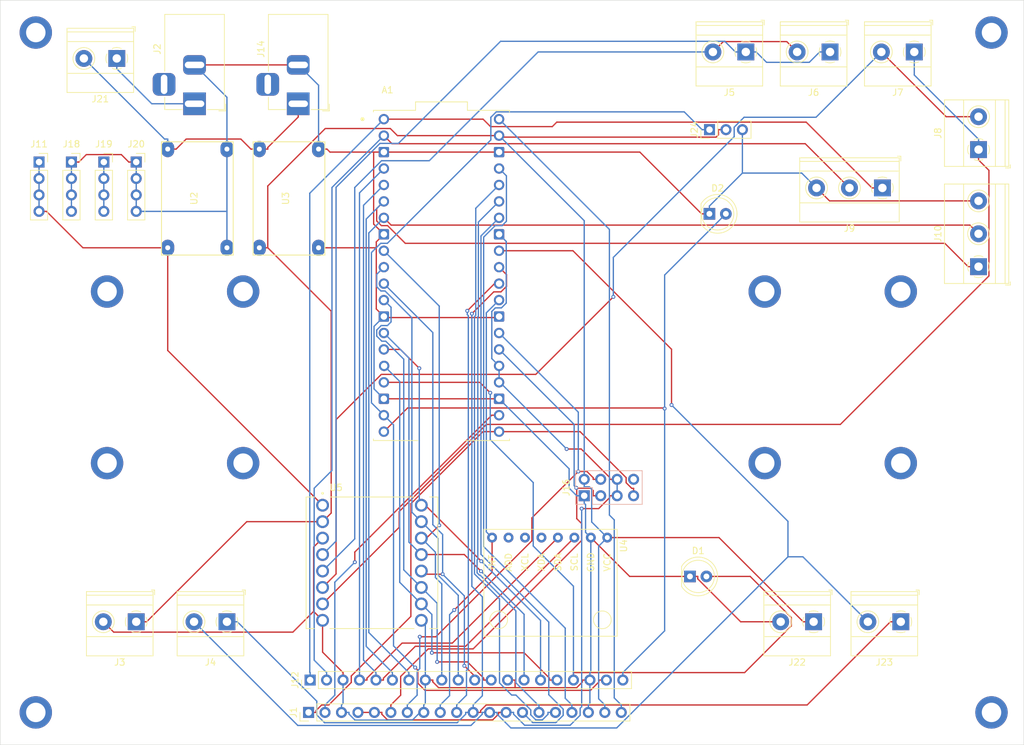
<source format=kicad_pcb>
(kicad_pcb (version 20240108) (generator "pcbnew") (generator_version "8.0")
  (layers (0 "F.Cu" signal) (31 "B.Cu" signal) (34 "B.Paste" user) (35 "F.Paste" user) (36 "B.SilkS" user "B.Silkscreen") (37 "F.SilkS" user "F.Silkscreen") (38 "B.Mask" user) (39 "F.Mask" user) (44 "Edge.Cuts" user))
  (net 0 "")
  (net 1 "Net-(A1-GP12)")
  (net 2 "Net-(A1-RUN)")
  (net 3 "Net-(A1-3V3_OUT)")
  (net 4 "Net-(A1-GP27)")
  (net 5 "Net-(A1-GP22)")
  (net 6 "Net-(A1-ADC_VREF)")
  (net 7 "GND")
  (net 8 "Net-(A1-GP26)")
  (net 9 "Net-(A1-GP16)")
  (net 10 "Net-(A1-GP9)")
  (net 11 "Net-(A1-AGND)")
  (net 12 "Net-(A1-GP28)")
  (net 13 "Net-(A1-GP17)")
  (net 14 "Net-(A1-GP6)")
  (net 15 "Net-(A1-GP21)")
  (net 16 "+3.3V")
  (net 17 "Net-(A1-GP3)")
  (net 18 "Net-(A1-GP4)")
  (net 19 "Net-(A1-GP13)")
  (net 20 "Net-(A1-GP11)")
  (net 21 "Net-(A1-3V3_EN)")
  (net 22 "Net-(A1-GP1)")
  (net 23 "Net-(A1-GP7)")
  (net 24 "Net-(A1-GP8)")
  (net 25 "Net-(A1-VBUS)")
  (net 26 "Net-(A1-GP0)")
  (net 27 "Net-(A1-GP2)")
  (net 28 "Net-(A1-GP14)")
  (net 29 "Net-(A1-GP20)")
  (net 30 "Net-(A1-GP10)")
  (net 31 "Net-(A1-GP15)")
  (net 32 "Net-(A1-GP5)")
  (net 33 "Net-(J5-Pin_1)")
  (net 34 "Net-(J5-Pin_2)")
  (net 35 "Net-(J7-Pin_2)")
  (net 36 "Net-(J7-Pin_1)")
  (net 37 "+5V")
  (net 38 "+3V3")
  (net 39 "Net-(J21-Pin_1)")
  (net 40 "+12V")
  (footprint "Connector_PinSocket_2.54mm:PinSocket_1x04_P2.54mm_Vertical" (layer "F.Cu") (at 41 40)
    (property "Reference" "J20")
    (property "Value" "GND")
  )
  (footprint "Connector_PinHeader_2.54mm:PinHeader_1x03_P2.54mm_Vertical" (layer "F.Cu") (at 129.475 35 90)
    (property "Reference" "J24")
    (property "Value" "Camera servo")
  )
  (footprint "kicad_TB6612FNG:MODULE_ROB-14450" (layer "F.Cu") (at 77.38 101.89)
    (property "Reference" "U5")
    (property "Value" "ROB-14450")
  )
  (footprint "Mini360_step-down:Mini360_step-down" (layer "F.Cu") (at 50.43 45.62 -90)
    (property "Reference" "U2")
    (property "Value" "Mini360_5V")
  )
  (footprint "Mini360_step-down:Mini360_step-down" (layer "F.Cu") (at 64.57 45.62 -90)
    (property "Reference" "U3")
    (property "Value" "Mini360_3.3V")
  )
  (footprint "TerminalBlock_Phoenix:TerminalBlock_Phoenix_MKDS-1,5-2-5.08_1x02_P5.08mm_Horizontal" (layer "F.Cu") (at 135.08 23 180)
    (property "Reference" "J5")
    (property "Value" "Motor_1")
  )
  (footprint "Raspberry_Pi_Pico_W_Kicad_Files:MODULE_SC0918" (layer "F.Cu") (at 88.11 57.51)
    (property "Reference" "A1")
    (property "Value" "SC0918")
  )
  (footprint "TerminalBlock_Phoenix:TerminalBlock_Phoenix_MKDS-1,5-2-5.08_1x02_P5.08mm_Horizontal" (layer "F.Cu") (at 171 38.08 90)
    (property "Reference" "J8")
    (property "Value" "Motor_4")
  )
  (footprint "Connector_PinSocket_2.54mm:PinSocket_1x04_P2.54mm_Vertical" (layer "F.Cu") (at 31 40)
    (property "Reference" "J18")
    (property "Value" "GND")
  )
  (footprint "TerminalBlock_Phoenix:TerminalBlock_Phoenix_MKDS-1,5-2-5.08_1x02_P5.08mm_Horizontal" (layer "F.Cu") (at 159 111 180)
    (property "Reference" "J23")
    (property "Value" "Joystick_Y_SIGs")
  )
  (footprint "usini_sensors:module_mpu6050" (layer "F.Cu") (at 95.92 98 -90)
    (property "Reference" "U4")
    (property "Value" "module_mpu6050")
  )
  (footprint "LED_THT:LED_D5.0mm" (layer "F.Cu") (at 129.46 48)
    (property "Reference" "D2")
    (property "Value" "BOOT LED")
  )
  (footprint "Connector_PinHeader_2.54mm:PinHeader_1x20_P2.54mm_Vertical" (layer "F.Cu") (at 67.84 120 90)
    (property "Reference" "J12")
    (property "Value" "PICO_L")
  )
  (footprint "TerminalBlock_Phoenix:TerminalBlock_Phoenix_MKDS-1,5-2-5.08_1x02_P5.08mm_Horizontal" (layer "F.Cu") (at 161.08 23 180)
    (property "Reference" "J7")
    (property "Value" "Motor_3")
  )
  (footprint "TerminalBlock_Phoenix:TerminalBlock_Phoenix_MKDS-1,5-2-5.08_1x02_P5.08mm_Horizontal" (layer "F.Cu") (at 41 111 180)
    (property "Reference" "J3")
    (property "Value" "Joystick_X_PWR_GND")
  )
  (footprint "TerminalBlock_Phoenix:TerminalBlock_Phoenix_MKDS-1,5-2-5.08_1x02_P5.08mm_Horizontal" (layer "F.Cu") (at 38 24 180)
    (property "Reference" "J21")
    (property "Value" "PWR_IN_BTN")
  )
  (footprint "Connector_PinHeader_2.54mm:PinHeader_1x20_P2.54mm_Vertical" (layer "F.Cu") (at 67.6 125 90)
    (property "Reference" "J1")
    (property "Value" "PICO_R")
  )
  (footprint "Connector_PinSocket_2.54mm:PinSocket_1x04_P2.54mm_Vertical" (layer "F.Cu") (at 26 40)
    (property "Reference" "J11")
    (property "Value" "+5V")
  )
  (footprint "TerminalBlock_Phoenix:TerminalBlock_Phoenix_MKDS-1,5-2-5.08_1x02_P5.08mm_Horizontal" (layer "F.Cu") (at 148.08 23 180)
    (property "Reference" "J6")
    (property "Value" "Motor_2")
  )
  (footprint "TerminalBlock_Phoenix:TerminalBlock_Phoenix_MKDS-1,5-3-5.08_1x03_P5.08mm_Horizontal" (layer "F.Cu") (at 171 56.16 90)
    (property "Reference" "J10")
    (property "Value" "CMD_UART")
  )
  (footprint "TerminalBlock_Phoenix:TerminalBlock_Phoenix_MKDS-1,5-3-5.08_1x03_P5.08mm_Horizontal" (layer "F.Cu") (at 156.16 44 180)
    (property "Reference" "J9")
    (property "Value" "Debug_UART")
  )
  (footprint "TerminalBlock_Phoenix:TerminalBlock_Phoenix_MKDS-1,5-2-5.08_1x02_P5.08mm_Horizontal" (layer "F.Cu") (at 145.545 111 180)
    (property "Reference" "J22")
    (property "Value" "Joystick_Y_PWR_GND")
  )
  (footprint "LED_THT:LED_D5.0mm" (layer "F.Cu") (at 126.46 104)
    (property "Reference" "D1")
    (property "Value" "RADIO LED")
  )
  (footprint "TerminalBlock_Phoenix:TerminalBlock_Phoenix_MKDS-1,5-2-5.08_1x02_P5.08mm_Horizontal" (layer "F.Cu") (at 55 111 180)
    (property "Reference" "J4")
    (property "Value" "Joystick_X_SIGs")
  )
  (footprint "Connector_PinSocket_2.54mm:PinSocket_1x04_P2.54mm_Vertical" (layer "F.Cu") (at 36 40)
    (property "Reference" "J19")
    (property "Value" "+3.3V")
  )
  (footprint "Connector_BarrelJack:BarrelJack_Horizontal" (layer "F.Cu") (at 66 31 -90)
    (property "Reference" "J14")
    (property "Value" "PWR_OUTPUT")
  )
  (footprint "Connector_BarrelJack:BarrelJack_Horizontal" (layer "F.Cu") (at 50 31 -90)
    (property "Reference" "J2")
    (property "Value" "PWR_INPUT")
  )
  (footprint "Connector_PinSocket_2.54mm:PinSocket_2x04_P2.54mm_Vertical" (layer "B.Cu") (at 110.14 91.54 -90)
    (property "Reference" "J16")
    (property "Value" "NRF24L01")
  )
  (gr_line (start 20 15) (end 178 15) (stroke (width 0.05)) (layer "Edge.Cuts"))
  (gr_rect (start 20 15) (end 178 130) (stroke (width 0.05)) (fill none) (layer "Edge.Cuts"))
  (gr_line (start 178 130) (end 20 130) (stroke (width 0.05)) (layer "Edge.Cuts"))
  (gr_line (start 20 130) (end 20 15) (stroke (width 0.05)) (layer "Edge.Cuts"))
  (gr_line (start 178 15) (end 178 130) (stroke (width 0.05)) (layer "Edge.Cuts"))
  (via (at 159 86.5) (size 5) (drill 3) (layers "F.Cu" "B.Cu") (net 0))
  (via (at 173 125) (size 5) (drill 3) (layers "F.Cu" "B.Cu") (net 0))
  (via (at 36.5 60) (size 5) (drill 3) (layers "F.Cu" "B.Cu") (net 0))
  (via (at 159 60) (size 5) (drill 3) (layers "F.Cu" "B.Cu") (net 0))
  (via (at 138 60) (size 5) (drill 3) (layers "F.Cu" "B.Cu") (net 0))
  (via (at 25.5 125) (size 5) (drill 3) (layers "F.Cu" "B.Cu") (net 0))
  (via (at 138 86.5) (size 5) (drill 3) (layers "F.Cu" "B.Cu") (net 0))
  (via (at 173 20) (size 5) (drill 3) (layers "F.Cu" "B.Cu") (net 0))
  (via (at 25.5 20) (size 5) (drill 3) (layers "F.Cu" "B.Cu") (net 0))
  (via (at 57.5 60) (size 5) (drill 3) (layers "F.Cu" "B.Cu") (net 0))
  (via (at 57.5 86.5) (size 5) (drill 3) (layers "F.Cu" "B.Cu") (net 0))
  (via (at 36.5 86.5) (size 5) (drill 3) (layers "F.Cu" "B.Cu") (net 0))
  (segment (start 104.7883 120) (end 104.7883 119.7142) (width 0.2) (layer "F.Cu") (net 1))
  (segment (start 104.7883 119.7142) (end 100.8656 115.7915) (width 0.2) (layer "F.Cu") (net 1))
  (segment (start 105.94 120) (end 104.7883 120) (width 0.2) (layer "F.Cu") (net 1))
  (segment (start 100.8656 115.7915) (end 86.6276 115.7915) (width 0.2) (layer "F.Cu") (net 1))
  (via (at 86.6276 115.7915) (size 0.6) (drill 0.3) (layers "F.Cu" "B.Cu") (net 1))
  (segment (start 81.6645 104.9045) (end 85 108.24) (width 0.2) (layer "B.Cu") (net 1))
  (segment (start 79.2619 71.48) (end 81.6645 73.8826) (width 0.2) (layer "B.Cu") (net 1))
  (segment (start 81.6645 73.8826) (end 81.6645 104.9045) (width 0.2) (layer "B.Cu") (net 1))
  (segment (start 85 108.24) (end 86.6276 109.8676) (width 0.2) (layer "B.Cu") (net 1))
  (segment (start 86.6276 109.8676) (end 86.6276 115.7915) (width 0.2) (layer "B.Cu") (net 1))
  (segment (start 96.2935 58.78) (end 92.0927 62.9808) (width 0.2) (layer "F.Cu") (net 2))
  (segment (start 97 58.78) (end 96.2935 58.78) (width 0.2) (layer "F.Cu") (net 2))
  (via (at 92.0927 62.9808) (size 0.6) (drill 0.3) (layers "F.Cu" "B.Cu") (net 2))
  (segment (start 91.97 118.521) (end 91.97 122.3383) (width 0.2) (layer "B.Cu") (net 2))
  (segment (start 92.2544 118.2366) (end 91.97 118.521) (width 0.2) (layer "B.Cu") (net 2))
  (segment (start 92.0927 62.9808) (end 92.0927 63.5631) (width 0.2) (layer "B.Cu") (net 2))
  (segment (start 90.46 125) (end 90.46 123.8483) (width 0.2) (layer "B.Cu") (net 2))
  (segment (start 92.2544 63.7248) (end 92.2544 118.2366) (width 0.2) (layer "B.Cu") (net 2))
  (segment (start 92.0927 63.5631) (end 92.2544 63.7248) (width 0.2) (layer "B.Cu") (net 2))
  (segment (start 91.97 122.3383) (end 90.46 123.8483) (width 0.2) (layer "B.Cu") (net 2))
  (segment (start 103.6842 126.152) (end 104.5483 125.2879) (width 0.2) (layer "B.Cu") (net 3))
  (segment (start 97.0686 107.4756) (end 97.0686 120.4508) (width 0.2) (layer "B.Cu") (net 3))
  (segment (start 93.2029 63.8721) (end 93.2029 103.6099) (width 0.2) (layer "B.Cu") (net 3))
  (segment (start 99.5924 122.3153) (end 101.89 124.6129) (width 0.2) (layer "B.Cu") (net 3))
  (segment (start 93.4025 63.6725) (end 93.2029 63.8721) (width 0.2) (layer "B.Cu") (net 3))
  (segment (start 97 43.54) (end 93.4025 47.1375) (width 0.2) (layer "B.Cu") (net 3))
  (segment (start 102.6661 126.152) (end 103.6842 126.152) (width 0.2) (layer "B.Cu") (net 3))
  (segment (start 97.0686 120.4508) (end 98.9331 122.3153) (width 0.2) (layer "B.Cu") (net 3))
  (segment (start 101.89 124.6129) (end 101.89 125.3759) (width 0.2) (layer "B.Cu") (net 3))
  (segment (start 93.4025 47.1375) (end 93.4025 63.6725) (width 0.2) (layer "B.Cu") (net 3))
  (segment (start 93.2029 103.6099) (end 97.0686 107.4756) (width 0.2) (layer "B.Cu") (net 3))
  (segment (start 98.9331 122.3153) (end 99.5924 122.3153) (width 0.2) (layer "B.Cu") (net 3))
  (segment (start 105.7 125) (end 104.5483 125) (width 0.2) (layer "B.Cu") (net 3))
  (segment (start 101.89 125.3759) (end 102.6661 126.152) (width 0.2) (layer "B.Cu") (net 3))
  (segment (start 104.5483 125.2879) (end 104.5483 125) (width 0.2) (layer "B.Cu") (net 3))
  (segment (start 108.4019 53.7) (end 97 53.7) (width 0.2) (layer "F.Cu") (net 4))
  (segment (start 123.6158 77.5216) (end 123.6158 68.9139) (width 0.2) (layer "F.Cu") (net 4))
  (segment (start 123.6158 68.9139) (end 108.4019 53.7) (width 0.2) (layer "F.Cu") (net 4))
  (via (at 123.6158 77.5216) (size 0.6) (drill 0.3) (layers "F.Cu" "B.Cu") (net 4))
  (segment (start 65.9361 127.0161) (end 49.92 111) (width 0.2) (layer "B.Cu") (net 4))
  (segment (start 95.54 125) (end 96.6917 125) (width 0.2) (layer "B.Cu") (net 4))
  (segment (start 141.5845 95.4903) (end 123.6158 77.5216) (width 0.2) (layer "B.Cu") (net 4))
  (segment (start 98.822 127.3988) (end 96.6917 125.2685) (width 0.2) (layer "B.Cu") (net 4))
  (segment (start 141.5845 100.9652) (end 141.5845 95.4903) (width 0.2) (layer "B.Cu") (net 4))
  (segment (start 141.5845 100.9652) (end 115.1509 127.3988) (width 0.2) (layer "B.Cu") (net 4))
  (segment (start 94.3883 125) (end 94.3883 125.2879) (width 0.2) (layer "B.Cu") (net 4))
  (segment (start 92.6601 127.0161) (end 65.9361 127.0161) (width 0.2) (layer "B.Cu") (net 4))
  (segment (start 95.54 125) (end 94.3883 125) (width 0.2) (layer "B.Cu") (net 4))
  (segment (start 153.92 111) (end 143.8852 100.9652) (width 0.2) (layer "B.Cu") (net 4))
  (segment (start 143.8852 100.9652) (end 141.5845 100.9652) (width 0.2) (layer "B.Cu") (net 4))
  (segment (start 96.6917 125.2685) (end 96.6917 125) (width 0.2) (layer "B.Cu") (net 4))
  (segment (start 115.1509 127.3988) (end 98.822 127.3988) (width 0.2) (layer "B.Cu") (net 4))
  (segment (start 94.3883 125.2879) (end 92.6601 127.0161) (width 0.2) (layer "B.Cu") (net 4))
  (segment (start 95.92 103.3443) (end 95.92 98) (width 0.2) (layer "F.Cu") (net 5))
  (segment (start 90.084 109.1803) (end 95.92 103.3443) (width 0.2) (layer "F.Cu") (net 5))
  (via (at 90.084 109.1803) (size 0.6) (drill 0.3) (layers "F.Cu" "B.Cu") (net 5))
  (segment (start 95.0307 63.2893) (end 97 61.32) (width 0.2) (layer "B.Cu") (net 5))
  (segment (start 95.92 98) (end 95.0307 97.1107) (width 0.2) (layer "B.Cu") (net 5))
  (segment (start 89.3589 122.4094) (end 89.3589 109.9054) (width 0.2) (layer "B.Cu") (net 5))
  (segment (start 89.3589 109.9054) (end 90.084 109.1803) (width 0.2) (layer "B.Cu") (net 5))
  (segment (start 87.92 123.8483) (end 89.3589 122.4094) (width 0.2) (layer "B.Cu") (net 5))
  (segment (start 87.92 125) (end 87.92 123.8483) (width 0.2) (layer "B.Cu") (net 5))
  (segment (start 95.0307 97.1107) (end 95.0307 63.2893) (width 0.2) (layer "B.Cu") (net 5))
  (segment (start 93.9572 103.7962) (end 94.0717 103.7962) (width 0.2) (layer "B.Cu") (net 6))
  (segment (start 93.6046 101.456) (end 93.6046 103.4436) (width 0.2) (layer "B.Cu") (net 6))
  (segment (start 93.8043 63.8387) (end 93.718 63.925) (width 0.2) (layer "B.Cu") (net 6))
  (segment (start 103.016 123.8483) (end 103.16 123.8483) (width 0.2) (layer "B.Cu") (net 6))
  (segment (start 99.59 120.4223) (end 103.016 123.8483) (width 0.2) (layer "B.Cu") (net 6))
  (segment (start 93.6046 103.4436) (end 93.9572 103.7962) (width 0.2) (layer "B.Cu") (net 6))
  (segment (start 93.718 63.925) (end 93.718 101.3426) (width 0.2) (layer "B.Cu") (net 6))
  (segment (start 99.59 109.3145) (end 99.59 120.4223) (width 0.2) (layer "B.Cu") (net 6))
  (segment (start 103.16 125) (end 103.16 123.8483) (width 0.2) (layer "B.Cu") (net 6))
  (segment (start 94.0717 103.7962) (end 99.59 109.3145) (width 0.2) (layer "B.Cu") (net 6))
  (segment (start 97 46.08) (end 93.8043 49.2757) (width 0.2) (layer "B.Cu") (net 6))
  (segment (start 93.8043 49.2757) (end 93.8043 63.8387) (width 0.2) (layer "B.Cu") (net 6))
  (segment (start 93.718 101.3426) (end 93.6046 101.456) (width 0.2) (layer "B.Cu") (net 6))
  (segment (start 35.92 111) (end 37.5217 112.6017) (width 0.2) (layer "F.Cu") (net 7))
  (segment (start 79.382 64.022) (end 96.838 64.022) (width 0.2) (layer "F.Cu") (net 7))
  (segment (start 72.92 120) (end 72.92 118.8483) (width 0.2) (layer "F.Cu") (net 7))
  (segment (start 134.2862 111) (end 140.465 111) (width 0.2) (layer "F.Cu") (net 7))
  (segment (start 78.0502 52.3298) (end 79.22 51.16) (width 0.2) (layer "F.Cu") (net 7))
  (segment (start 96.838 64.022) (end 97 63.86) (width 0.2) (layer "F.Cu") (net 7))
  (segment (start 79.22 63.86) (end 78.0502 62.6902) (width 0.2) (layer "F.Cu") (net 7))
  (segment (start 69.76 115.6883) (end 69.76 110.78) (width 0.2) (layer "F.Cu") (net 7))
  (segment (start 111.02 120) (end 109.8683 120) (width 0.2) (layer "F.Cu") (net 7))
  (segment (start 127.6617 104.3755) (end 134.2862 111) (width 0.2) (layer "F.Cu") (net 7))
  (segment (start 79.22 76.56) (end 97 76.56) (width 0.2) (layer "F.Cu") (net 7))
  (segment (start 68.3783 99.4617) (end 69.76 98.08) (width 0.2) (layer "F.Cu") (net 7))
  (segment (start 68.3783 109.3983) (end 69.76 110.78) (width 0.2) (layer "F.Cu") (net 7))
  (segment (start 127.6617 104) (end 127.6617 104.3755) (width 0.2) (layer "F.Cu") (net 7))
  (segment (start 126.46 104) (end 127.6617 104) (width 0.2) (layer "F.Cu") (net 7))
  (segment (start 117.16 104) (end 126.46 104) (width 0.2) (layer "F.Cu") (net 7))
  (segment (start 98.32 120) (end 99.4717 120) (width 0.2) (layer "F.Cu") (net 7))
  (segment (start 70.4417 38) (end 70.9017 38.46) (width 0.2) (layer "F.Cu") (net 7))
  (segment (start 87.6657 121.1819) (end 86.7717 120.2879) (width 0.2) (layer "F.Cu") (net 7))
  (segment (start 109.8683 120.2879) (end 108.9743 121.1819) (width 0.2) (layer "F.Cu") (net 7))
  (segment (start 111.16 98) (end 117.16 104) (width 0.2) (layer "F.Cu") (net 7))
  (segment (start 65.1749 112.6017) (end 68.3783 109.3983) (width 0.2) (layer "F.Cu") (net 7))
  (segment (start 79.22 38.46) (end 97 38.46) (width 0.2) (layer "F.Cu") (net 7))
  (segment (start 79.22 63.86) (end 79.382 64.022) (width 0.2) (layer "F.Cu") (net 7))
  (segment (start 41 40) (end 39.8483 40) (width 0.2) (layer "F.Cu") (net 7))
  (segment (start 99.4717 121.1819) (end 87.6657 121.1819) (width 0.2) (layer "F.Cu") (net 7))
  (segment (start 66 25) (end 50 25) (width 0.2) (layer "F.Cu") (net 7))
  (segment (start 148 46) (end 171 46) (width 0.2) (layer "F.Cu") (net 7))
  (segment (start 78.0502 53.24) (end 70.4417 53.24) (width 0.2) (layer "F.Cu") (net 7))
  (segment (start 77.6404 49.5804) (end 79.22 51.16) (width 0.2) (layer "F.Cu") (net 7))
  (segment (start 108.9743 121.1819) (end 99.4717 121.1819) (width 0.2) (layer "F.Cu") (net 7))
  (segment (start 32.1517 40) (end 33.3034 38.8483) (width 0.2) (layer "F.Cu") (net 7))
  (segment (start 78.0502 62.6902) (end 78.0502 53.24) (width 0.2) (layer "F.Cu") (net 7))
  (segment (start 77.6404 38.46) (end 77.6404 49.5804) (width 0.2) (layer "F.Cu") (net 7))
  (segment (start 77.6404 38.46) (end 79.22 38.46) (width 0.2) (layer "F.Cu") (net 7))
  (segment (start 70.9017 38.46) (end 77.6404 38.46) (width 0.2) (layer "F.Cu") (net 7))
  (segment (start 118.7183 38.46) (end 128.2583 48) (width 0.2) (layer "F.Cu") (net 7))
  (segment (start 69.14 53.24) (end 70.4417 53.24) (width 0.2) (layer "F.Cu") (net 7))
  (segment (start 38.6966 38.8483) (end 39.8483 40) (width 0.2) (layer "F.Cu") (net 7))
  (segment (start 99.4717 121.1819) (end 99.4717 120) (width 0.2) (layer "F.Cu") (net 7))
  (segment (start 86.7717 120.2879) (end 86.7717 120) (width 0.2) (layer "F.Cu") (net 7))
  (segment (start 146 44) (end 148 46) (width 0.2) (layer "F.Cu") (net 7))
  (segment (start 72.92 118.8483) (end 69.76 115.6883) (width 0.2) (layer "F.Cu") (net 7))
  (segment (start 129.46 48) (end 128.2583 48) (width 0.2) (layer "F.Cu") (net 7))
  (segment (start 85.62 120) (end 86.7717 120) (width 0.2) (layer "F.Cu") (net 7))
  (segment (start 31 40) (end 32.1517 40) (width 0.2) (layer "F.Cu") (net 7))
  (segment (start 69.14 38) (end 70.4417 38) (width 0.2) (layer "F.Cu") (net 7))
  (segment (start 37.5217 112.6017) (end 65.1749 112.6017) (width 0.2) (layer "F.Cu") (net 7))
  (segment (start 97 38.46) (end 118.7183 38.46) (width 0.2) (layer "F.Cu") (net 7))
  (segment (start 78.0502 53.24) (end 78.0502 52.3298) (width 0.2) (layer "F.Cu") (net 7))
  (segment (start 33.3034 38.8483) (end 38.6966 38.8483) (width 0.2) (layer "F.Cu") (net 7))
  (segment (start 109.8683 120) (end 109.8683 120.2879) (width 0.2) (layer "F.Cu") (net 7))
  (segment (start 68.3783 109.3983) (end 68.3783 99.4617) (width 0.2) (layer "F.Cu") (net 7))
  (segment (start 111.02 123.6083) (end 111.02 120) (width 0.2) (layer "B.Cu") (net 7))
  (segment (start 72.68 125) (end 72.68 123.8483) (width 0.2) (layer "B.Cu") (net 7))
  (segment (start 97 76.56) (end 107.809 87.369) (width 0.2) (layer "B.Cu") (net 7))
  (segment (start 110.14 91.54) (end 108.9883 91.54) (width 0.2) (layer "B.Cu") (net 7))
  (segment (start 134.555 41.7033) (end 134.555 35) (width 0.2) (layer "B.Cu") (net 7))
  (segment (start 69.14 28.14) (end 69.14 38) (width 0.2) (layer "B.Cu") (net 7))
  (segment (start 110.78 125) (end 110.78 123.8483) (width 0.2) (layer "B.Cu") (net 7))
  (segment (start 111.16 118.7083) (end 111.02 118.8483) (width 0.2) (layer "B.Cu") (net 7))
  (segment (start 41 47.62) (end 41 45.08) (width 0.2) (layer "B.Cu") (net 7))
  (segment (start 111.16 98) (end 110.3477 97.1877) (width 0.2) (layer "B.Cu") (net 7))
  (segment (start 85.62 118.8483) (end 85.62 111.4) (width 0.2) (layer "B.Cu") (net 7))
  (segment (start 31 45.08) (end 31 42.54) (width 0.2) (layer "B.Cu") (net 7))
  (segment (start 107.8091 90.3608) (end 108.9883 91.54) (width 0.2) (layer "B.Cu") (net 7))
  (segment (start 129.46 46.7983) (end 134.555 41.7033) (width 0.2) (layer "B.Cu") (net 7))
  (segment (start 146 44) (end 143.7033 41.7033) (width 0.2) (layer "B.Cu") (net 7))
  (segment (start 72.92 123.6083) (end 72.92 120) (width 0.2) (layer "B.Cu") (net 7))
  (segment (start 85.38 124.4241) (end 85.38 123.8483) (width 0.2) (layer "B.Cu") (net 7))
  (segment (start 79.22 76.56) (end 77.7012 75.0412) (width 0.2) (layer "B.Cu") (net 7))
  (segment (start 110.3477 97.1877) (end 110.3477 92.8994) (width 0.2) (layer "B.Cu") (net 7))
  (segment (start 41 45.08) (end 41 42.54) (width 0.2) (layer "B.Cu") (net 7))
  (segment (start 50 25) (end 55 30) (width 0.2) (layer "B.Cu") (net 7))
  (segment (start 66 25) (end 69.14 28.14) (width 0.2) (layer "B.Cu") (net 7))
  (segment (start 110.78 123.8483) (end 111.02 123.6083) (width 0.2) (layer "B.Cu") (net 7))
  (segment (start 83.616 126.1881) (end 74.7652 126.1881) (width 0.2) (layer "B.Cu") (net 7))
  (segment (start 55 47.62) (end 42.1517 47.62) (width 0.2) (layer "B.Cu") (net 7))
  (segment (start 77.7012 65.3788) (end 79.22 63.86) (width 0.2) (layer "B.Cu") (net 7))
  (segment (start 73.8317 125.2546) (end 73.8317 125) (width 0.2) (layer "B.Cu") (net 7))
  (segment (start 41 47.62) (end 42.1517 47.62) (width 0.2) (layer "B.Cu") (net 7))
  (segment (start 85.38 124.4241) (end 83.616 126.1881) (width 0.2) (layer "B.Cu") (net 7))
  (segment (start 110.14 91.54) (end 110.14 92.6917) (width 0.2) (layer "B.Cu") (net 7))
  (segment (start 85.38 125) (end 85.38 124.4241) (width 0.2) (layer "B.Cu") (net 7))
  (segment (start 85.38 123.8483) (end 85.62 123.6083) (width 0.2) (layer "B.Cu") (net 7))
  (segment (start 55 30) (end 55 38) (width 0.2) (layer "B.Cu") (net 7))
  (segment (start 41 42.54) (end 41 40) (width 0.2) (layer "B.Cu") (net 7))
  (segment (start 107.809 87.369) (end 107.809 90.3608) (width 0.2) (layer "B.Cu") (net 7))
  (segment (start 111.16 98) (end 111.16 118.7083) (width 0.2) (layer "B.Cu") (net 7))
  (segment (start 85.62 123.6083) (end 85.62 120) (width 0.2) (layer "B.Cu") (net 7))
  (segment (start 85.62 120) (end 85.62 118.8483) (width 0.2) (layer "B.Cu") (net 7))
  (segment (start 143.7033 41.7033) (end 134.555 41.7033) (width 0.2) (layer "B.Cu") (net 7))
  (segment (start 111.02 120) (end 111.02 118.8483) (width 0.2) (layer "B.Cu") (net 7))
  (segment (start 74.7652 126.1881) (end 73.8317 125.2546) (width 0.2) (layer "B.Cu") (net 7))
  (segment (start 77.7012 75.0412) (end 77.7012 65.3788) (width 0.2) (layer "B.Cu") (net 7))
  (segment (start 55 47.62) (end 55 38) (width 0.2) (layer "B.Cu") (net 7))
  (segment (start 55 53.24) (end 55 47.62) (width 0.2) (layer "B.Cu") (net 7))
  (segment (start 72.68 123.8483) (end 72.92 123.6083) (width 0.2) (layer "B.Cu") (net 7))
  (segment (start 31 42.54) (end 31 40) (width 0.2) (layer "B.Cu") (net 7))
  (segment (start 129.46 48) (end 129.46 46.7983) (width 0.2) (layer "B.Cu") (net 7))
  (segment (start 110.3477 92.8994) (end 110.14 92.6917) (width 0.2) (layer "B.Cu") (net 7))
  (segment (start 107.809 90.3608) (end 107.8091 90.3608) (width 0.2) (layer "B.Cu") (net 7))
  (segment (start 31 47.62) (end 31 45.08) (width 0.2) (layer "B.Cu") (net 7))
  (segment (start 72.68 125) (end 73.8317 125) (width 0.2) (layer "B.Cu") (net 7))
  (segment (start 85.62 111.4) (end 85 110.78) (width 0.2) (layer "B.Cu") (net 7))
  (segment (start 93 125) (end 94.1517 125) (width 0.2) (layer "F.Cu") (net 8))
  (segment (start 95.0154 123.8483) (end 144.55 123.8483) (width 0.2) (layer "F.Cu") (net 8))
  (segment (start 96.1711 60.05) (end 92.8008 63.4203) (width 0.2) (layer "F.Cu") (net 8))
  (segment (start 97.2935 60.05) (end 96.1711 60.05) (width 0.2) (layer "F.Cu") (net 8))
  (segment (start 144.55 123.8483) (end 157.3983 111) (width 0.2) (layer "F.Cu") (net 8))
  (segment (start 94.1517 124.712) (end 95.0154 123.8483) (width 0.2) (layer "F.Cu") (net 8))
  (segment (start 159 111) (end 157.3983 111) (width 0.2) (layer "F.Cu") (net 8))
  (segment (start 98.1532 59.1903) (end 97.2935 60.05) (width 0.2) (layer "F.Cu") (net 8))
  (segment (start 97 56.24) (end 98.1532 57.3932) (width 0.2) (layer "F.Cu") (net 8))
  (segment (start 94.1517 125) (end 94.1517 124.712) (width 0.2) (layer "F.Cu") (net 8))
  (segment (start 98.1532 57.3932) (end 98.1532 59.1903) (width 0.2) (layer "F.Cu") (net 8))
  (via (at 92.8008 63.4203) (size 0.6) (drill 0.3) (layers "F.Cu" "B.Cu") (net 8))
  (segment (start 91.8483 125) (end 91.8483 125.2685) (width 0.2) (layer "B.Cu") (net 8))
  (segment (start 70.0602 126.5899) (end 68.8682 125.3979) (width 0.2) (layer "B.Cu") (net 8))
  (segment (start 93 125) (end 92.645 125) (width 0.2) (layer "B.Cu") (net 8))
  (segment (start 94.4228 107.1528) (end 92.8008 105.5308) (width 0.2) (layer "B.Cu") (net 8))
  (segment (start 92.8008 105.5308) (end 92.8008 63.4203) (width 0.2) (layer "B.Cu") (net 8))
  (segment (start 68.8682 123.2665) (end 56.6017 111) (width 0.2) (layer "B.Cu") (net 8))
  (segment (start 55 111) (end 56.6017 111) (width 0.2) (layer "B.Cu") (net 8))
  (segment (start 93 125) (end 93 123.8483) (width 0.2) (layer "B.Cu") (net 8))
  (segment (start 92.645 125) (end 91.8483 125) (width 0.2) (layer "B.Cu") (net 8))
  (segment (start 68.8682 125.3979) (end 68.8682 123.2665) (width 0.2) (layer "B.Cu") (net 8))
  (segment (start 91.8483 125.2685) (end 90.5269 126.5899) (width 0.2) (layer "B.Cu") (net 8))
  (segment (start 93 123.8483) (end 94.4228 122.4255) (width 0.2) (layer "B.Cu") (net 8))
  (segment (start 90.5269 126.5899) (end 70.0602 126.5899) (width 0.2) (layer "B.Cu") (net 8))
  (segment (start 94.4228 122.4255) (end 94.4228 107.1528) (width 0.2) (layer "B.Cu") (net 8))
  (segment (start 94.5118 81.64) (end 97 81.64) (width 0.2) (layer "F.Cu") (net 9))
  (segment (start 97 81.64) (end 109.5056 81.64) (width 0.2) (layer "F.Cu") (net 9))
  (segment (start 68.7517 125) (end 68.7517 124.712) (width 0.2) (layer "F.Cu") (net 9))
  (segment (start 117.76 91.54) (end 117.76 90.3883) (width 0.2) (layer "F.Cu") (net 9))
  (segment (start 116.6083 88.7427) (end 116.6083 89.5246) (width 0.2) (layer "F.Cu") (net 9))
  (segment (start 68.7517 124.712) (end 69.6154 123.8483) (width 0.2) (layer "F.Cu") (net 9))
  (segment (start 83.3883 92.7635) (end 94.5118 81.64) (width 0.2) (layer "F.Cu") (net 9))
  (segment (start 116.6083 89.5246) (end 117.472 90.3883) (width 0.2) (layer "F.Cu") (net 9))
  (segment (start 109.5056 81.64) (end 116.6083 88.7427) (width 0.2) (layer "F.Cu") (net 9))
  (segment (start 70.7131 123.8483) (end 74.19 120.3714) (width 0.2) (layer "F.Cu") (net 9))
  (segment (start 74.19 120.3714) (end 74.19 119.37) (width 0.2) (layer "F.Cu") (net 9))
  (segment (start 117.472 90.3883) (end 117.76 90.3883) (width 0.2) (layer "F.Cu") (net 9))
  (segment (start 83.3883 110.1717) (end 83.3883 92.7635) (width 0.2) (layer "F.Cu") (net 9))
  (segment (start 69.6154 123.8483) (end 70.7131 123.8483) (width 0.2) (layer "F.Cu") (net 9))
  (segment (start 74.19 119.37) (end 83.3883 110.1717) (width 0.2) (layer "F.Cu") (net 9))
  (segment (start 67.6 125) (end 68.7517 125) (width 0.2) (layer "F.Cu") (net 9))
  (segment (start 94.6283 120) (end 94.6283 119.7121) (width 0.2) (layer "F.Cu") (net 10))
  (segment (start 95.78 120) (end 94.6283 120) (width 0.2) (layer "F.Cu") (net 10))
  (segment (start 92.114 117.1978) (end 87.4417 117.1978) (width 0.2) (layer "F.Cu") (net 10))
  (segment (start 94.6283 119.7121) (end 92.114 117.1978) (width 0.2) (layer "F.Cu") (net 10))
  (via (at 87.4417 117.1978) (size 0.6) (drill 0.3) (layers "F.Cu" "B.Cu") (net 10))
  (segment (start 78.1183 66.8876) (end 78.9007 67.67) (width 0.2) (layer "B.Cu") (net 10))
  (segment (start 85 105.7) (end 87.4417 108.1417) (width 0.2) (layer "B.Cu") (net 10))
  (segment (start 79.22 61.32) (end 80.3258 62.4258) (width 0.2) (layer "B.Cu") (net 10))
  (segment (start 87.4417 108.1417) (end 87.4417 117.1978) (width 0.2) (layer "B.Cu") (net 10))
  (segment (start 82.2866 70.4485) (end 82.2866 102.9866) (width 0.2) (layer "B.Cu") (net 10))
  (segment (start 80.3258 64.6976) (end 79.7705 65.2529) (width 0.2) (layer "B.Cu") (net 10))
  (segment (start 79.7705 65.2529) (end 78.8091 65.2529) (width 0.2) (layer "B.Cu") (net 10))
  (segment (start 78.1183 65.9437) (end 78.1183 66.8876) (width 0.2) (layer "B.Cu") (net 10))
  (segment (start 79.5081 67.67) (end 82.2866 70.4485) (width 0.2) (layer "B.Cu") (net 10))
  (segment (start 82.2866 102.9866) (end 85 105.7) (width 0.2) (layer "B.Cu") (net 10))
  (segment (start 80.3258 62.4258) (end 80.3258 64.6976) (width 0.2) (layer "B.Cu") (net 10))
  (segment (start 78.9007 67.67) (end 79.5081 67.67) (width 0.2) (layer "B.Cu") (net 10))
  (segment (start 78.8091 65.2529) (end 78.1183 65.9437) (width 0.2) (layer "B.Cu") (net 10))
  (segment (start 114.0683 91.8279) (end 112.3699 93.5263) (width 0.2) (layer "F.Cu") (net 11))
  (segment (start 115.22 91.54) (end 114.0683 91.54) (width 0.2) (layer "F.Cu") (net 11))
  (segment (start 78.9117 125.2879) (end 79.7795 126.1557) (width 0.2) (layer "F.Cu") (net 11))
  (segment (start 114.0683 91.54) (end 114.0683 91.8279) (width 0.2) (layer "F.Cu") (net 11))
  (segment (start 114.0683 88.7121) (end 114.0683 89) (width 0.2) (layer "F.Cu") (net 11))
  (segment (start 107.427 84.3194) (end 109.6756 84.3194) (width 0.2) (layer "F.Cu") (net 11))
  (segment (start 112.3699 93.5263) (end 109.746 93.5263) (width 0.2) (layer "F.Cu") (net 11))
  (segment (start 98.08 125) (end 96.9283 125) (width 0.2) (layer "F.Cu") (net 11))
  (segment (start 77.76 125) (end 78.9117 125) (width 0.2) (layer "F.Cu") (net 11))
  (segment (start 79.7795 126.1557) (end 96.0131 126.1557) (width 0.2) (layer "F.Cu") (net 11))
  (segment (start 75.22 125) (end 77.76 125) (width 0.2) (layer "F.Cu") (net 11))
  (segment (start 109.6756 84.3194) (end 114.0683 88.7121) (width 0.2) (layer "F.Cu") (net 11))
  (segment (start 115.22 89) (end 114.0683 89) (width 0.2) (layer "F.Cu") (net 11))
  (segment (start 96.0131 126.1557) (end 96.9283 125.2405) (width 0.2) (layer "F.Cu") (net 11))
  (segment (start 78.9117 125) (end 78.9117 125.2879) (width 0.2) (layer "F.Cu") (net 11))
  (segment (start 96.9283 125.2405) (end 96.9283 125) (width 0.2) (layer "F.Cu") (net 11))
  (via (at 109.746 93.5263) (size 0.6) (drill 0.3) (layers "F.Cu" "B.Cu") (net 11))
  (via (at 107.427 84.3194) (size 0.6) (drill 0.3) (layers "F.Cu" "B.Cu") (net 11))
  (segment (start 95.8795 70.3595) (end 95.8795 63.0698) (width 0.2) (layer "B.Cu") (net 11))
  (segment (start 98.1017 52.2617) (end 97 51.16) (width 0.2) (layer "B.Cu") (net 11))
  (segment (start 97 74.02) (end 97 71.48) (width 0.2) (layer "B.Cu") (net 11))
  (segment (start 97.1276 74.02) (end 97 74.02) (width 0.2) (layer "B.Cu") (net 11))
  (segment (start 98.1017 61.7878) (end 98.1017 52.2617) (width 0.2) (layer "B.Cu") (net 11))
  (segment (start 97.3689 62.5206) (end 98.1017 61.7878) (width 0.2) (layer "B.Cu") (net 11))
  (segment (start 109.51 125.4395) (end 107.9706 126.9789) (width 0.2) (layer "B.Cu") (net 11))
  (segment (start 99.2317 125.2685) (end 99.2317 125) (width 0.2) (layer "B.Cu") (net 11))
  (segment (start 96.4287 62.5206) (end 97.3689 62.5206) (width 0.2) (layer "B.Cu") (net 11))
  (segment (start 95.8795 63.0698) (end 96.4287 62.5206) (width 0.2) (layer "B.Cu") (net 11))
  (segment (start 115.22 89) (end 115.22 91.54) (width 0.2) (layer "B.Cu") (net 11))
  (segment (start 109.746 124.134) (end 109.51 124.37) (width 0.2) (layer "B.Cu") (net 11))
  (segment (start 100.9421 126.9789) (end 99.2317 125.2685) (width 0.2) (layer "B.Cu") (net 11))
  (segment (start 98.08 125) (end 99.2317 125) (width 0.2) (layer "B.Cu") (net 11))
  (segment (start 107.427 84.3194) (end 97.1276 74.02) (width 0.2) (layer "B.Cu") (net 11))
  (segment (start 97 71.48) (end 95.8795 70.3595) (width 0.2) (layer "B.Cu") (net 11))
  (segment (start 109.51 124.37) (end 109.51 125.4395) (width 0.2) (layer "B.Cu") (net 11))
  (segment (start 109.746 93.5263) (end 109.746 124.134) (width 0.2) (layer "B.Cu") (net 11))
  (segment (start 107.9706 126.9789) (end 100.9421 126.9789) (width 0.2) (layer "B.Cu") (net 11))
  (segment (start 97 48.62) (end 94.2074 51.4126) (width 0.2) (layer "B.Cu") (net 12))
  (segment (start 104.67 111.051) (end 104.67 122.2686) (width 0.2) (layer "B.Cu") (net 12))
  (segment (start 106.8899 125.4519) (end 105.7661 126.5757) (width 0.2) (layer "B.Cu") (net 12))
  (segment (start 102.1957 126.5757) (end 100.62 125) (width 0.2) (layer "B.Cu") (net 12))
  (segment (start 105.7661 126.5757) (end 102.1957 126.5757) (width 0.2) (layer "B.Cu") (net 12))
  (segment (start 106.8899 124.4885) (end 106.8899 125.4519) (width 0.2) (layer "B.Cu") (net 12))
  (segment (start 104.67 122.2686) (end 106.8899 124.4885) (width 0.2) (layer "B.Cu") (net 12))
  (segment (start 94.2074 51.4126) (end 94.2074 100.5884) (width 0.2) (layer "B.Cu") (net 12))
  (segment (start 94.2074 100.5884) (end 104.67 111.051) (width 0.2) (layer "B.Cu") (net 12))
  (segment (start 74.7346 100.232) (end 74.7346 101.7977) (width 0.2) (layer "F.Cu") (net 13))
  (segment (start 97 79.1) (end 95.8666 79.1) (width 0.2) (layer "F.Cu") (net 13))
  (segment (start 95.8666 79.1) (end 74.7346 100.232) (width 0.2) (layer "F.Cu") (net 13))
  (via (at 74.7346 101.7977) (size 0.6) (drill 0.3) (layers "F.Cu" "B.Cu") (net 13))
  (segment (start 71.65 122.3383) (end 71.65 104.8823) (width 0.2) (layer "B.Cu") (net 13))
  (segment (start 71.65 104.8823) (end 74.7346 101.7977) (width 0.2) (layer "B.Cu") (net 13))
  (segment (start 70.14 125) (end 70.14 123.8483) (width 0.2) (layer "B.Cu") (net 13))
  (segment (start 70.14 123.8483) (end 71.65 122.3383) (width 0.2) (layer "B.Cu") (net 13))
  (segment (start 85.786 98.08) (end 87.7635 96.1025) (width 0.2) (layer "F.Cu") (net 14))
  (segment (start 85 98.08) (end 85.786 98.08) (width 0.2) (layer "F.Cu") (net 14))
  (via (at 87.7635 96.1025) (size 0.6) (drill 0.3) (layers "F.Cu" "B.Cu") (net 14))
  (segment (start 87.1756 104.1728) (end 88.16 105.1572) (width 0.2) (layer "B.Cu") (net 14))
  (segment (start 87.7635 62.2435) (end 87.7635 96.1025) (width 0.2) (layer "B.Cu") (net 14))
  (segment (start 79.22 53.7) (end 87.7635 62.2435) (width 0.2) (layer "B.Cu") (net 14))
  (segment (start 87.1756 100.2556) (end 87.1756 104.1728) (width 0.2) (layer "B.Cu") (net 14))
  (segment (start 88.16 105.1572) (end 88.16 118.8483) (width 0.2) (layer "B.Cu") (net 14))
  (segment (start 85 98.08) (end 87.1756 100.2556) (width 0.2) (layer "B.Cu") (net 14))
  (segment (start 88.16 120) (end 88.16 118.8483) (width 0.2) (layer "B.Cu") (net 14))
  (segment (start 109.2259 87.7905) (end 102.0637 94.9527) (width 0.2) (layer "F.Cu") (net 15))
  (segment (start 111.5283 89) (end 111.5283 88.7558) (width 0.2) (layer "F.Cu") (net 15))
  (segment (start 110.563 87.7905) (end 109.2259 87.7905) (width 0.2) (layer "F.Cu") (net 15))
  (segment (start 102.0637 98.4936) (end 87.2397 113.3176) (width 0.2) (layer "F.Cu") (net 15))
  (segment (start 87.2397 113.3176) (end 84.7592 113.3176) (width 0.2) (layer "F.Cu") (net 15))
  (segment (start 111.5283 88.7558) (end 110.563 87.7905) (width 0.2) (layer "F.Cu") (net 15))
  (segment (start 102.0637 94.9527) (end 102.0637 98.4936) (width 0.2) (layer "F.Cu") (net 15))
  (segment (start 112.68 89) (end 111.5283 89) (width 0.2) (layer "F.Cu") (net 15))
  (via (at 109.2259 87.7905) (size 0.6) (drill 0.3) (layers "F.Cu" "B.Cu") (net 15))
  (via (at 84.7592 113.3176) (size 0.6) (drill 0.3) (layers "F.Cu" "B.Cu") (net 15))
  (segment (start 82.84 123.8483) (end 84.35 122.3383) (width 0.2) (layer "B.Cu") (net 15))
  (segment (start 82.84 125) (end 82.84 123.8483) (width 0.2) (layer "B.Cu") (net 15))
  (segment (start 84.35 122.3383) (end 84.35 118.6406) (width 0.2) (layer "B.Cu") (net 15))
  (segment (start 109.2259 78.6259) (end 97 66.4) (width 0.2) (layer "B.Cu") (net 15))
  (segment (start 84.35 118.6406) (end 84.7592 118.2314) (width 0.2) (layer "B.Cu") (net 15))
  (segment (start 109.2259 87.7905) (end 109.2259 78.6259) (width 0.2) (layer "B.Cu") (net 15))
  (segment (start 84.7592 118.2314) (end 84.7592 113.3176) (width 0.2) (layer "B.Cu") (net 15))
  (segment (start 130.8633 35) (end 130.8633 35.7918) (width 0.2) (layer "F.Cu") (net 16))
  (segment (start 61.3002 53.24) (end 61.3017 53.24) (width 0.2) (layer "F.Cu") (net 16))
  (segment (start 81.3108 35.92) (end 97 35.92) (width 0.2) (layer "F.Cu") (net 16))
  (segment (start 70.1808 34.8183) (end 80.2091 34.8183) (width 0.2) (layer "F.Cu") (net 16))
  (segment (start 130.5034 36.1517) (end 97.2317 36.1517) (width 0.2) (layer "F.Cu") (net 16))
  (segment (start 61.2009 53.24) (end 61.3002 53.24) (width 0.2) (layer "F.Cu") (net 16))
  (segment (start 42.6017 111) (end 58.0617 95.54) (width 0.2) (layer "F.Cu") (net 16))
  (segment (start 41 111) (end 42.6017 111) (width 0.2) (layer "F.Cu") (net 16))
  (segment (start 145.545 111) (end 143.9433 111) (width 0.2) (layer "F.Cu") (net 16))
  (segment (start 71.0884 94.2116) (end 69.76 95.54) (width 0.2) (layer "F.Cu") (net 16))
  (segment (start 61.3002 43.6989) (end 70.1808 34.8183) (width 0.2) (layer "F.Cu") (net 16))
  (segment (start 80.2091 34.8183) (end 81.3108 35.92) (width 0.2) (layer "F.Cu") (net 16))
  (segment (start 130.9433 98) (end 143.9433 111) (width 0.2) (layer "F.Cu") (net 16))
  (segment (start 130.8633 35.7918) (end 130.5034 36.1517) (width 0.2) (layer "F.Cu") (net 16))
  (segment (start 60 53.24) (end 61.2009 53.24) (width 0.2) (layer "F.Cu") (net 16))
  (segment (start 71.0884 63.0267) (end 71.0884 94.2116) (width 0.2) (layer "F.Cu") (net 16))
  (segment (start 61.3017 53.24) (end 71.0884 63.0267) (width 0.2) (layer "F.Cu") (net 16))
  (segment (start 61.3002 53.24) (end 61.3002 43.6989) (width 0.2) (layer "F.Cu") (net 16))
  (segment (start 58.0617 95.54) (end 69.76 95.54) (width 0.2) (layer "F.Cu") (net 16))
  (segment (start 113.7 98) (end 130.9433 98) (width 0.2) (layer "F.Cu") (net 16))
  (segment (start 132.015 35) (end 130.8633 35) (width 0.2) (layer "F.Cu") (net 16))
  (segment (start 97.2317 36.1517) (end 97 35.92) (width 0.2) (layer "F.Cu") (net 16))
  (segment (start 110.14 89) (end 110.14 87.8483) (width 0.2) (layer "B.Cu") (net 16))
  (segment (start 113.7 98) (end 112.3615 99.3385) (width 0.2) (layer "B.Cu") (net 16))
  (segment (start 112.3615 99.3385) (end 112.3615 122.8898) (width 0.2) (layer "B.Cu") (net 16))
  (segment (start 111.2917 95.5917) (end 113.7 98) (width 0.2) (layer "B.Cu") (net 16))
  (segment (start 112.3615 122.8898) (end 113.32 123.8483) (width 0.2) (layer "B.Cu") (net 16))
  (segment (start 110.14 49.06) (end 110.14 87.8483) (width 0.2) (layer "B.Cu") (net 16))
  (segment (start 110.14 89) (end 110.14 90.1517) (width 0.2) (layer "B.Cu") (net 16))
  (segment (start 110.9318 90.1517) (end 111.2917 90.5116) (width 0.2) (layer "B.Cu") (net 16))
  (segment (start 111.2917 90.5116) (end 111.2917 95.5917) (width 0.2) (layer "B.Cu") (net 16))
  (segment (start 97 35.92) (end 110.14 49.06) (width 0.2) (layer "B.Cu") (net 16))
  (segment (start 110.14 90.1517) (end 110.9318 90.1517) (width 0.2) (layer "B.Cu") (net 16))
  (segment (start 113.32 125) (end 113.32 123.8483) (width 0.2) (layer "B.Cu") (net 16))
  (segment (start 79.1517 119.7121) (end 84.076 114.7878) (width 0.2) (layer "F.Cu") (net 17))
  (segment (start 79.1517 120) (end 79.1517 119.7121) (width 0.2) (layer "F.Cu") (net 17))
  (segment (start 91.8322 114.7878) (end 108.62 98) (width 0.2) (layer "F.Cu") (net 17))
  (segment (start 78 120) (end 79.1517 120) (width 0.2) (layer "F.Cu") (net 17))
  (segment (start 84.076 114.7878) (end 91.8322 114.7878) (width 0.2) (layer "F.Cu") (net 17))
  (segment (start 78 120) (end 78 118.8483) (width 0.2) (layer "B.Cu") (net 17))
  (segment (start 76.0786 46.6814) (end 76.0786 116.9269) (width 0.2) (layer "B.Cu") (net 17))
  (segment (start 76.0786 116.9269) (end 78 118.8483) (width 0.2) (layer "B.Cu") (net 17))
  (segment (start 79.22 43.54) (end 76.0786 46.6814) (width 0.2) (layer "B.Cu") (net 17))
  (segment (start 171 56.16) (end 169.3983 56.16) (width 0.2) (layer "F.Cu") (net 18))
  (segment (start 79.7914 49.8207) (end 78.8356 49.8207) (width 0.2) (layer "F.Cu") (net 18))
  (segment (start 169.3983 56.16) (end 165.7912 52.5529) (width 0.2) (layer "F.Cu") (net 18))
  (segment (start 165.7912 52.5529) (end 82.5236 52.5529) (width 0.2) (layer "F.Cu") (net 18))
  (segment (start 78.8356 49.8207) (end 78.11 49.0951) (width 0.2) (layer "F.Cu") (net 18))
  (segment (start 78.11 47.19) (end 79.22 46.08) (width 0.2) (layer "F.Cu") (net 18))
  (segment (start 82.5236 52.5529) (end 79.7914 49.8207) (width 0.2) (layer "F.Cu") (net 18))
  (segment (start 78.11 49.0951) (end 78.11 47.19) (width 0.2) (layer "F.Cu") (net 18))
  (segment (start 76.4882 48.8118) (end 76.4882 114.7965) (width 0.2) (layer "B.Cu") (net 18))
  (segment (start 80.54 120) (end 80.54 118.8483) (width 0.2) (layer "B.Cu") (net 18))
  (segment (start 76.4882 114.7965) (end 80.54 118.8483) (width 0.2) (layer "B.Cu") (net 18))
  (segment (start 79.22 46.08) (end 76.4882 48.8118) (width 0.2) (layer "B.Cu") (net 18))
  (segment (start 108.48 118.8482) (end 108.48 118.8483) (width 0.2) (layer "F.Cu") (net 19))
  (segment (start 94.0167 74.02) (end 95.6367 75.64) (width 0.2) (layer "F.Cu") (net 19))
  (segment (start 108.48 120) (end 108.48 118.8483) (width 0.2) (layer "F.Cu") (net 19))
  (segment (start 135.7547 104) (end 142.114 110.3593) (width 0.2) (layer "F.Cu") (net 19))
  (segment (start 142.114 110.3593) (end 142.114 111.6342) (width 0.2) (layer "F.Cu") (net 19))
  (segment (start 79.22 74.02) (end 94.0167 74.02) (width 0.2) (layer "F.Cu") (net 19))
  (segment (start 142.114 111.6342) (end 134.9 118.8482) (width 0.2) (layer "F.Cu") (net 19))
  (segment (start 134.9 118.8482) (end 108.48 118.8482) (width 0.2) (layer "F.Cu") (net 19))
  (segment (start 129 104) (end 135.7547 104) (width 0.2) (layer "F.Cu") (net 19))
  (via (at 95.6367 75.64) (size 0.6) (drill 0.3) (layers "F.Cu" "B.Cu") (net 19))
  (segment (start 102.27 89.5042) (end 95.6367 82.8709) (width 0.2) (layer "B.Cu") (net 19))
  (segment (start 95.6367 82.8709) (end 95.6367 75.64) (width 0.2) (layer "B.Cu") (net 19))
  (segment (start 108.48 120) (end 108.48 105.5107) (width 0.2) (layer "B.Cu") (net 19))
  (segment (start 108.48 105.5107) (end 102.27 99.3007) (width 0.2) (layer "B.Cu") (net 19))
  (segment (start 102.27 99.3007) (end 102.27 89.5042) (width 0.2) (layer "B.Cu") (net 19))
  (segment (start 85.6052 93) (end 85 93) (width 0.2) (layer "F.Cu") (net 20))
  (segment (start 94.2583 101.6531) (end 85.6052 93) (width 0.2) (layer "F.Cu") (net 20))
  (segment (start 81.7689 68.94) (end 79.22 68.94) (width 0.2) (layer "F.Cu") (net 20))
  (segment (start 84.6851 71.8562) (end 81.7689 68.94) (width 0.2) (layer "F.Cu") (net 20))
  (via (at 94.2583 101.6531) (size 0.6) (drill 0.3) (layers "F.Cu" "B.Cu") (net 20))
  (via (at 84.6851 71.8562) (size 0.6) (drill 0.3) (layers "F.Cu" "B.Cu") (net 20))
  (segment (start 103.4 110.7948) (end 94.2583 101.6531) (width 0.2) (layer "B.Cu") (net 20))
  (segment (start 84.6851 92.6851) (end 84.6851 71.8562) (width 0.2) (layer "B.Cu") (net 20))
  (segment (start 85 93) (end 84.6851 92.6851) (width 0.2) (layer "B.Cu") (net 20))
  (segment (start 103.4 120) (end 103.4 110.7948) (width 0.2) (layer "B.Cu") (net 20))
  (segment (start 107.21 111.9806) (end 94.6183 99.3889) (width 0.2) (layer "B.Cu") (net 21))
  (segment (start 94.6183 51.6004) (end 96.3981 49.8206) (width 0.2) (layer "B.Cu") (net 21))
  (segment (start 98.1342 42.1342) (end 97 41) (width 0.2) (layer "B.Cu") (net 21))
  (segment (start 97.4619 49.8206) (end 98.1342 49.1483) (width 0.2) (layer "B.Cu") (net 21))
  (segment (start 96.3981 49.8206) (end 97.4619 49.8206) (width 0.2) (layer "B.Cu") (net 21))
  (segment (start 98.1342 49.1483) (end 98.1342 42.1342) (width 0.2) (layer "B.Cu") (net 21))
  (segment (start 108.24 125) (end 108.24 123.8483) (width 0.2) (layer "B.Cu") (net 21))
  (segment (start 94.6183 99.3889) (end 94.6183 51.6004) (width 0.2) (layer "B.Cu") (net 21))
  (segment (start 107.21 122.8183) (end 107.21 111.9806) (width 0.2) (layer "B.Cu") (net 21))
  (segment (start 108.24 123.8483) (end 107.21 122.8183) (width 0.2) (layer "B.Cu") (net 21))
  (segment (start 79.22 35.92) (end 80.471 37.171) (width 0.2) (layer "F.Cu") (net 22))
  (segment (start 144.251 37.171) (end 151.08 44) (width 0.2) (layer "F.Cu") (net 22))
  (segment (start 80.471 37.171) (end 144.251 37.171) (width 0.2) (layer "F.Cu") (net 22))
  (segment (start 68.4634 116.9317) (end 70.38 118.8483) (width 0.2) (layer "B.Cu") (net 22))
  (segment (start 71.2097 87.631) (end 68.4634 90.3773) (width 0.2) (layer "B.Cu") (net 22))
  (segment (start 79.22 35.92) (end 71.2097 43.9303) (width 0.2) (layer "B.Cu") (net 22))
  (segment (start 68.4634 90.3773) (end 68.4634 116.9317) (width 0.2) (layer "B.Cu") (net 22))
  (segment (start 71.2097 43.9303) (end 71.2097 87.631) (width 0.2) (layer "B.Cu") (net 22))
  (segment (start 70.38 120) (end 70.38 118.8483) (width 0.2) (layer "B.Cu") (net 22))
  (segment (start 78.7597 59.9084) (end 79.3934 59.9084) (width 0.2) (layer "B.Cu") (net 23))
  (segment (start 78.118 59.2667) (end 78.7597 59.9084) (width 0.2) (layer "B.Cu") (net 23))
  (segment (start 83.5451 94.0851) (end 85 95.54) (width 0.2) (layer "B.Cu") (net 23))
  (segment (start 78.118 57.342) (end 78.118 59.2667) (width 0.2) (layer "B.Cu") (net 23))
  (segment (start 90.7 120) (end 90.7 118.8483) (width 0.2) (layer "B.Cu") (net 23))
  (segment (start 79.3934 59.9084) (end 83.5451 64.0601) (width 0.2) (layer "B.Cu") (net 23))
  (segment (start 90.7 106.9183) (end 90.7 118.8483) (width 0.2) (layer "B.Cu") (net 23))
  (segment (start 87.5773 103.7956) (end 90.7 106.9183) (width 0.2) (layer "B.Cu") (net 23))
  (segment (start 87.5773 98.1173) (end 87.5773 103.7956) (width 0.2) (layer "B.Cu") (net 23))
  (segment (start 83.5451 64.0601) (end 83.5451 94.0851) (width 0.2) (layer "B.Cu") (net 23))
  (segment (start 85 95.54) (end 87.5773 98.1173) (width 0.2) (layer "B.Cu") (net 23))
  (segment (start 79.22 56.24) (end 78.118 57.342) (width 0.2) (layer "B.Cu") (net 23))
  (segment (start 85 103.16) (end 85.4922 103.6522) (width 0.2) (layer "F.Cu") (net 24))
  (segment (start 85.4922 103.6522) (end 88.2872 103.6522) (width 0.2) (layer "F.Cu") (net 24))
  (segment (start 93.24 120) (end 93.24 119.3964) (width 0.2) (layer "F.Cu") (net 24))
  (segment (start 93.24 119.3964) (end 91.6446 117.801) (width 0.2) (layer "F.Cu") (net 24))
  (via (at 91.6446 117.801) (size 0.6) (drill 0.3) (layers "F.Cu" "B.Cu") (net 24))
  (via (at 88.2872 103.6522) (size 0.6) (drill 0.3) (layers "F.Cu" "B.Cu") (net 24))
  (segment (start 88.2871 97.5179) (end 88.2871 103.6522) (width 0.2) (layer "B.Cu") (net 24))
  (segment (start 86.776 66.336) (end 86.776 96.0068) (width 0.2) (layer "B.Cu") (net 24))
  (segment (start 91.6446 107.0096) (end 88.2872 103.6522) (width 0.2) (layer "B.Cu") (net 24))
  (segment (start 86.776 96.0068) (end 88.2871 97.5179) (width 0.2) (layer "B.Cu") (net 24))
  (segment (start 79.22 58.78) (end 86.776 66.336) (width 0.2) (layer "B.Cu") (net 24))
  (segment (start 91.6446 117.801) (end 91.6446 107.0096) (width 0.2) (layer "B.Cu") (net 24))
  (segment (start 88.2871 103.6522) (end 88.2872 103.6522) (width 0.2) (layer "B.Cu") (net 24))
  (segment (start 114.7748 122.7631) (end 115.86 123.8483) (width 0.2) (layer "B.Cu") (net 25))
  (segment (start 114.7748 95.2674) (end 114.7748 122.7631) (width 0.2) (layer "B.Cu") (net 25))
  (segment (start 115.86 125) (end 115.86 123.8483) (width 0.2) (layer "B.Cu") (net 25))
  (segment (start 114.0291 50.4091) (end 114.0291 94.5217) (width 0.2) (layer "B.Cu") (net 25))
  (segment (start 114.0291 94.5217) (end 114.7748 95.2674) (width 0.2) (layer "B.Cu") (net 25))
  (segment (start 97 33.38) (end 114.0291 50.4091) (width 0.2) (layer "B.Cu") (net 25))
  (segment (start 105.212 34.5292) (end 95.6799 34.5292) (width 0.2) (layer "F.Cu") (net 26))
  (segment (start 94.5307 33.38) (end 79.22 33.38) (width 0.2) (layer "F.Cu") (net 26))
  (segment (start 105.9059 33.8353) (end 105.212 34.5292) (width 0.2) (layer "F.Cu") (net 26))
  (segment (start 156.16 44) (end 154.5583 44) (width 0.2) (layer "F.Cu") (net 26))
  (segment (start 144.3936 33.8353) (end 105.9059 33.8353) (width 0.2) (layer "F.Cu") (net 26))
  (segment (start 154.5583 44) (end 144.3936 33.8353) (width 0.2) (layer "F.Cu") (net 26))
  (segment (start 95.6799 34.5292) (end 94.5307 33.38) (width 0.2) (layer "F.Cu") (net 26))
  (segment (start 67.7823 118.7906) (end 67.84 118.8483) (width 0.2) (layer "B.Cu") (net 26))
  (segment (start 67.7823 44.8177) (end 67.7823 118.7906) (width 0.2) (layer "B.Cu") (net 26))
  (segment (start 67.84 120) (end 67.84 118.8483) (width 0.2) (layer "B.Cu") (net 26))
  (segment (start 79.22 33.38) (end 67.7823 44.8177) (width 0.2) (layer "B.Cu") (net 26))
  (segment (start 89.7858 114.2942) (end 106.08 98) (width 0.2) (layer "F.Cu") (net 27))
  (segment (start 75.46 120) (end 76.6117 120) (width 0.2) (layer "F.Cu") (net 27))
  (segment (start 76.6117 120) (end 76.6117 119.7121) (width 0.2) (layer "F.Cu") (net 27))
  (segment (start 76.6117 119.7121) (end 82.0296 114.2942) (width 0.2) (layer "F.Cu") (net 27))
  (segment (start 82.0296 114.2942) (end 89.7858 114.2942) (width 0.2) (layer "F.Cu") (net 27))
  (segment (start 75.46 118.8483) (end 75.46 44.76) (width 0.2) (layer "B.Cu") (net 27))
  (segment (start 75.46 44.76) (end 79.22 41) (width 0.2) (layer "B.Cu") (net 27))
  (segment (start 75.46 120) (end 75.46 118.8483) (width 0.2) (layer "B.Cu") (net 27))
  (segment (start 112.4083 120.2879) (end 111.1017 121.5945) (width 0.2) (layer "F.Cu") (net 28))
  (segment (start 84.4683 118.483) (end 84.0549 118.0696) (width 0.2) (layer "F.Cu") (net 28))
  (segment (start 85.5679 121.5945) (end 84.4683 120.4949) (width 0.2) (layer "F.Cu") (net 28))
  (segment (start 113.56 120) (end 112.4083 120) (width 0.2) (layer "F.Cu") (net 28))
  (segment (start 112.4083 120) (end 112.4083 120.2879) (width 0.2) (layer "F.Cu") (net 28))
  (segment (start 111.1017 121.5945) (end 85.5679 121.5945) (width 0.2) (layer "F.Cu") (net 28))
  (segment (start 84.4683 120.4949) (end 84.4683 118.483) (width 0.2) (layer "F.Cu") (net 28))
  (via (at 84.0549 118.0696) (size 0.6) (drill 0.3) (layers "F.Cu" "B.Cu") (net 28))
  (segment (start 129.475 35) (end 128.3233 35) (width 0.2) (layer "B.Cu") (net 28))
  (segment (start 125.5751 32.2518) (end 128.3233 35) (width 0.2) (layer "B.Cu") (net 28))
  (segment (start 96.5657 32.2518) (end 125.5751 32.2518) (width 0.2) (layer "B.Cu") (net 28))
  (segment (start 77.2995 53.9821) (end 78.7287 52.5529) (width 0.2) (layer "B.Cu") (net 28))
  (segment (start 80.7086 80.5886) (end 79.22 79.1) (width 0.2) (layer "B.Cu") (net 28))
  (segment (start 79.22 79.1) (end 77.2995 77.1795) (width 0.2) (layer "B.Cu") (net 28))
  (segment (start 80.7086 114.7233) (end 80.7086 80.5886) (width 0.2) (layer "B.Cu") (net 28))
  (segment (start 84.0549 118.0696) (end 80.7086 114.7233) (width 0.2) (layer "B.Cu") (net 28))
  (segment (start 79.7573 52.5529) (end 95.7315 36.5787) (width 0.2) (layer "B.Cu") (net 28))
  (segment (start 95.7315 36.5787) (end 95.7315 33.086) (width 0.2) (layer "B.Cu") (net 28))
  (segment (start 78.7287 52.5529) (end 79.7573 52.5529) (width 0.2) (layer "B.Cu") (net 28))
  (segment (start 77.2995 77.1795) (end 77.2995 53.9821) (width 0.2) (layer "B.Cu") (net 28))
  (segment (start 95.7315 33.086) (end 96.5657 32.2518) (width 0.2) (layer "B.Cu") (net 28))
  (segment (start 108.99 90.3883) (end 111.1684 90.3883) (width 0.2) (layer "F.Cu") (net 29))
  (segment (start 109.7297 95.8198) (end 108.9872 95.0773) (width 0.2) (layer "F.Cu") (net 29))
  (segment (start 81.81 122.3383) (end 81.81 119.4436) (width 0.2) (layer "F.Cu") (net 29))
  (segment (start 108.9872 90.3911) (end 108.9886 90.3897) (width 0.2) (layer "F.Cu") (net 29))
  (segment (start 112.68 91.54) (end 111.5283 91.54) (width 0.2) (layer "F.Cu") (net 29))
  (segment (start 108.9886 90.3897) (end 108.99 90.3883) (width 0.2) (layer "F.Cu") (net 29))
  (segment (start 92.9942 115.1895) (end 109.7297 98.454) (width 0.2) (layer "F.Cu") (net 29))
  (segment (start 108.9872 95.0773) (end 108.9872 90.3911) (width 0.2) (layer "F.Cu") (net 29))
  (segment (start 109.7297 98.454) (end 109.7297 95.8198) (width 0.2) (layer "F.Cu") (net 29))
  (segment (start 80.3 123.8483) (end 81.81 122.3383) (width 0.2) (layer "F.Cu") (net 29))
  (segment (start 81.81 119.4436) (end 86.0641 115.1895) (width 0.2) (layer "F.Cu") (net 29))
  (segment (start 86.0641 115.1895) (end 92.9942 115.1895) (width 0.2) (layer "F.Cu") (net 29))
  (segment (start 108.9886 90.3897) (end 108.9232 90.3243) (width 0.2) (layer "F.Cu") (net 29))
  (segment (start 111.5283 90.7482) (end 111.5283 91.54) (width 0.2) (layer "F.Cu") (net 29))
  (segment (start 80.3 125) (end 80.3 123.8483) (width 0.2) (layer "F.Cu") (net 29))
  (segment (start 111.1684 90.3883) (end 111.5283 90.7482) (width 0.2) (layer "F.Cu") (net 29))
  (via (at 108.9232 90.3243) (size 0.6) (drill 0.3) (layers "F.Cu" "B.Cu") (net 29))
  (segment (start 108.5848 89.9859) (end 108.9232 90.3243) (width 0.2) (layer "B.Cu") (net 29))
  (segment (start 108.5848 80.5248) (end 108.5848 89.9859) (width 0.2) (layer "B.Cu") (net 29))
  (segment (start 97 68.94) (end 108.5848 80.5248) (width 0.2) (layer "B.Cu") (net 29))
  (segment (start 94.2063 103.1945) (end 91.6318 100.62) (width 0.2) (layer "F.Cu") (net 30))
  (segment (start 91.6318 100.62) (end 85 100.62) (width 0.2) (layer "F.Cu") (net 30))
  (via (at 94.2063 103.1945) (size 0.6) (drill 0.3) (layers "F.Cu" "B.Cu") (net 30))
  (segment (start 83.0901 70.2701) (end 83.0901 98.7101) (width 0.2) (layer "B.Cu") (net 30))
  (segment (start 83.0901 98.7101) (end 85 100.62) (width 0.2) (layer "B.Cu") (net 30))
  (segment (start 79.22 66.4) (end 83.0901 70.2701) (width 0.2) (layer "B.Cu") (net 30))
  (segment (start 100.86 120) (end 100.86 109.8482) (width 0.2) (layer "B.Cu") (net 30))
  (segment (start 100.86 109.8482) (end 94.2063 103.1945) (width 0.2) (layer "B.Cu") (net 30))
  (segment (start 122.5501 78.0705) (end 122.4618 77.9822) (width 0.2) (layer "F.Cu") (net 31))
  (segment (start 122.4618 77.9822) (end 82.8778 77.9822) (width 0.2) (layer "F.Cu") (net 31))
  (segment (start 82.8778 77.9822) (end 79.22 81.64) (width 0.2) (layer "F.Cu") (net 31))
  (via (at 122.5501 78.0705) (size 0.6) (drill 0.3) (layers "F.Cu" "B.Cu") (net 31))
  (segment (start 122.5501 57.4499) (end 132 48) (width 0.2) (layer "B.Cu") (net 31))
  (segment (start 116.1 120) (end 116.1 118.8483) (width 0.2) (layer "B.Cu") (net 31))
  (segment (start 122.5501 78.0705) (end 122.5501 57.4499) (width 0.2) (layer "B.Cu") (net 31))
  (segment (start 122.5501 112.3982) (end 122.5501 78.0705) (width 0.2) (layer "B.Cu") (net 31))
  (segment (start 116.1 118.8483) (end 122.5501 112.3982) (width 0.2) (layer "B.Cu") (net 31))
  (segment (start 171 51.08) (end 169.6584 49.7384) (width 0.2) (layer "F.Cu") (net 32))
  (segment (start 169.6584 49.7384) (end 80.3384 49.7384) (width 0.2) (layer "F.Cu") (net 32))
  (segment (start 80.3384 49.7384) (end 79.22 48.62) (width 0.2) (layer "F.Cu") (net 32))
  (segment (start 83.08 120) (end 83.08 118.8483) (width 0.2) (layer "B.Cu") (net 32))
  (segment (start 76.8978 112.6661) (end 76.8978 50.9422) (width 0.2) (layer "B.Cu") (net 32))
  (segment (start 83.08 118.8483) (end 76.8978 112.6661) (width 0.2) (layer "B.Cu") (net 32))
  (segment (start 76.8978 50.9422) (end 79.22 48.62) (width 0.2) (layer "B.Cu") (net 32))
  (segment (start 71.8394 98.5406) (end 69.76 100.62) (width 0.2) (layer "B.Cu") (net 33))
  (segment (start 81.4646 37.1206) (end 78.6181 37.1206) (width 0.2) (layer "B.Cu") (net 33))
  (segment (start 138.2834 24.6017) (end 136.6817 23) (width 0.2) (layer "B.Cu") (net 33))
  (segment (start 71.8394 43.8993) (end 71.8394 98.5406) (width 0.2) (layer "B.Cu") (net 33))
  (segment (start 146.4783 23) (end 144.8766 24.6017) (width 0.2) (layer "B.Cu") (net 33))
  (segment (start 97.2313 21.3539) (end 81.4646 37.1206) (width 0.2) (layer "B.Cu") (net 33))
  (segment (start 133.4783 23) (end 131.8322 21.3539) (width 0.2) (layer "B.Cu") (net 33))
  (segment (start 78.6181 37.1206) (end 71.8394 43.8993) (width 0.2) (layer "B.Cu") (net 33))
  (segment (start 135.08 23) (end 136.6817 23) (width 0.2) (layer "B.Cu") (net 33))
  (segment (start 144.8766 24.6017) (end 138.2834 24.6017) (width 0.2) (layer "B.Cu") (net 33))
  (segment (start 135.08 23) (end 133.4783 23) (width 0.2) (layer "B.Cu") (net 33))
  (segment (start 148.08 23) (end 146.4783 23) (width 0.2) (layer "B.Cu") (net 33))
  (segment (start 131.8322 21.3539) (end 97.2313 21.3539) (width 0.2) (layer "B.Cu") (net 33))
  (segment (start 141.3983 21.3983) (end 131.6017 21.3983) (width 0.2) (layer "F.Cu") (net 34))
  (segment (start 143 23) (end 141.3983 21.3983) (width 0.2) (layer "F.Cu") (net 34))
  (segment (start 131.6017 21.3983) (end 130 23) (width 0.2) (layer "F.Cu") (net 34))
  (segment (start 74.7221 43.9333) (end 78.8561 39.7993) (width 0.2) (layer "B.Cu") (net 34))
  (segment (start 78.8561 39.7993) (end 86.226 39.7993) (width 0.2) (layer "B.Cu") (net 34))
  (segment (start 69.76 103.16) (end 74.7221 98.1979) (width 0.2) (layer "B.Cu") (net 34))
  (segment (start 103.0253 23) (end 130 23) (width 0.2) (layer "B.Cu") (net 34))
  (segment (start 86.226 39.7993) (end 103.0253 23) (width 0.2) (layer "B.Cu") (net 34))
  (segment (start 74.7221 98.1979) (end 74.7221 43.9333) (width 0.2) (layer "B.Cu") (net 34))
  (segment (start 69.76 105.7) (end 71.8394 103.6206) (width 0.2) (layer "F.Cu") (net 35))
  (segment (start 71.8394 103.6206) (end 71.8394 79.7801) (width 0.2) (layer "F.Cu") (net 35))
  (segment (start 71.8394 79.7801) (end 78.8281 72.7914) (width 0.2) (layer "F.Cu") (net 35))
  (segment (start 171 33) (end 166 33) (width 0.2) (layer "F.Cu") (net 35))
  (segment (start 78.8281 72.7914) (end 102.6677 72.7914) (width 0.2) (layer "F.Cu") (net 35))
  (segment (start 166 33) (end 156 23) (width 0.2) (layer "F.Cu") (net 35))
  (segment (start 102.6677 72.7914) (end 114.6362 60.8229) (width 0.2) (layer "F.Cu") (net 35))
  (via (at 114.6362 60.8229) (size 0.6) (drill 0.3) (layers "F.Cu" "B.Cu") (net 35))
  (segment (start 156 23) (end 145.9159 33.0841) (width 0.2) (layer "B.Cu") (net 35))
  (segment (start 145.9159 33.0841) (end 134.8176 33.0841) (width 0.2) (layer "B.Cu") (net 35))
  (segment (start 133.285 36.0748) (end 114.6362 54.7236) (width 0.2) (layer "B.Cu") (net 35))
  (segment (start 134.8176 33.0841) (end 133.285 34.6167) (width 0.2) (layer "B.Cu") (net 35))
  (segment (start 133.285 34.6167) (end 133.285 36.0748) (width 0.2) (layer "B.Cu") (net 35))
  (segment (start 114.6362 54.7236) (end 114.6362 60.8229) (width 0.2) (layer "B.Cu") (net 35))
  (segment (start 172.6017 57.5898) (end 172.6017 41.2834) (width 0.2) (layer "F.Cu") (net 36))
  (segment (start 95.0437 80.5166) (end 149.6749 80.5166) (width 0.2) (layer "F.Cu") (net 36))
  (segment (start 171 38.08) (end 171 39.6817) (width 0.2) (layer "F.Cu") (net 36))
  (segment (start 69.76 108.24) (end 81.5768 96.4232) (width 0.2) (layer "F.Cu") (net 36))
  (segment (start 81.5768 93.9835) (end 95.0437 80.5166) (width 0.2) (layer "F.Cu") (net 36))
  (segment (start 81.5768 96.4232) (end 81.5768 93.9835) (width 0.2) (layer "F.Cu") (net 36))
  (segment (start 172.6017 41.2834) (end 171 39.6817) (width 0.2) (layer "F.Cu") (net 36))
  (segment (start 149.6749 80.5166) (end 172.6017 57.5898) (width 0.2) (layer "F.Cu") (net 36))
  (segment (start 161.08 26.5583) (end 161.08 23) (width 0.2) (layer "B.Cu") (net 36))
  (segment (start 171 36.4783) (end 161.08 26.5583) (width 0.2) (layer "B.Cu") (net 36))
  (segment (start 171 38.08) (end 171 36.4783) (width 0.2) (layer "B.Cu") (net 36))
  (segment (start 45.86 69.1) (end 69.76 93) (width 0.2) (layer "F.Cu") (net 37))
  (segment (start 45.86 53.24) (end 45.86 69.1) (width 0.2) (layer "F.Cu") (net 37))
  (segment (start 26 47.62) (end 27.1517 47.62) (width 0.2) (layer "F.Cu") (net 37))
  (segment (start 45.86 53.24) (end 32.7717 53.24) (width 0.2) (layer "F.Cu") (net 37))
  (segment (start 32.7717 53.24) (end 27.1517 47.62) (width 0.2) (layer "F.Cu") (net 37))
  (segment (start 26 47.62) (end 26 45.08) (width 0.2) (layer "B.Cu") (net 37))
  (segment (start 26 45.08) (end 26 42.54) (width 0.2) (layer "B.Cu") (net 37))
  (segment (start 26 42.54) (end 26 40) (width 0.2) (layer "B.Cu") (net 37))
  (segment (start 36 42.54) (end 36 40) (width 0.2) (layer "B.Cu") (net 38))
  (segment (start 36 45.08) (end 36 42.54) (width 0.2) (layer "B.Cu") (net 38))
  (segment (start 36 47.62) (end 36 45.08) (width 0.2) (layer "B.Cu") (net 38))
  (segment (start 38 24) (end 38 25.6017) (width 0.2) (layer "B.Cu") (net 39))
  (segment (start 43.3983 31) (end 38 25.6017) (width 0.2) (layer "B.Cu") (net 39))
  (segment (start 50 31) (end 43.3983 31) (width 0.2) (layer "B.Cu") (net 39))
  (segment (start 57.146 36.4477) (end 48.714 36.4477) (width 0.2) (layer "F.Cu") (net 40))
  (segment (start 58.6983 38) (end 57.146 36.4477) (width 0.2) (layer "F.Cu") (net 40))
  (segment (start 60 38) (end 61.3017 38) (width 0.2) (layer "F.Cu") (net 40))
  (segment (start 66 33.0517) (end 61.3017 37.75) (width 0.2) (layer "F.Cu") (net 40))
  (segment (start 45.86 38) (end 47.1617 38) (width 0.2) (layer "F.Cu") (net 40))
  (segment (start 48.714 36.4477) (end 47.1617 38) (width 0.2) (layer "F.Cu") (net 40))
  (segment (start 61.3017 37.75) (end 61.3017 38) (width 0.2) (layer "F.Cu") (net 40))
  (segment (start 66 31) (end 66 33.0517) (width 0.2) (layer "F.Cu") (net 40))
  (segment (start 60 38) (end 58.6983 38) (width 0.2) (layer "F.Cu") (net 40))
  (segment (start 45.3683 36.4483) (end 45.86 36.4483) (width 0.2) (layer "B.Cu") (net 40))
  (segment (start 32.92 24) (end 45.3683 36.4483) (width 0.2) (layer "B.Cu") (net 40))
  (segment (start 45.86 38) (end 45.86 36.4483) (width 0.2) (layer "B.Cu") (net 40))
)
</source>
